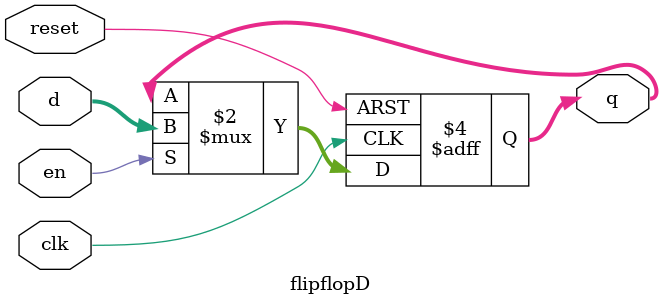
<source format=sv>
module flipflopD #(parameter WIDTH = 8)(input logic 	clk, reset, en,
													 input logic  [WIDTH-1:0] d,
													 output logic [WIDTH-1:0] q);

		always_ff @( posedge clk, posedge reset )
			begin
				if(reset) 	 
					q <= 0;
				else if(en) 
					q <= d;
			end
endmodule

</source>
